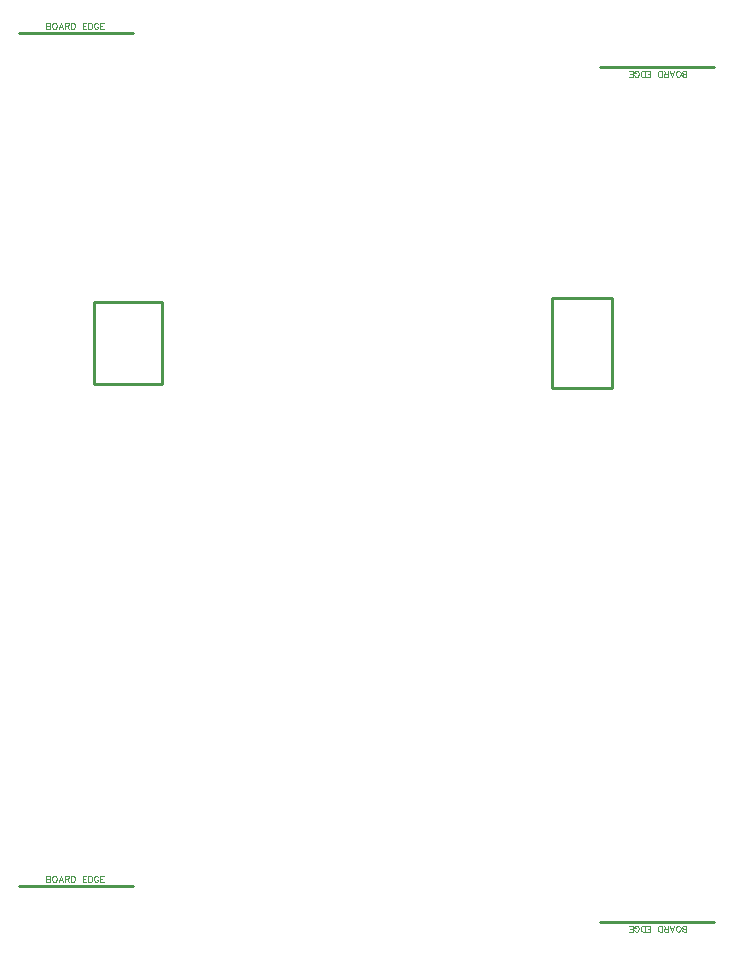
<source format=gbr>
%TF.GenerationSoftware,Novarm,DipTrace,3.3.1.3*%
%TF.CreationDate,2020-02-21T13:33:54+01:00*%
%FSLAX35Y35*%
%MOMM*%
%TF.FileFunction,Drawing,Top*%
%TF.Part,Single*%
%ADD10C,0.25*%
%ADD62C,0.07843*%
G75*
G01*
%LPD*%
X5609743Y6401619D2*
D10*
X6117545D1*
Y5639568D1*
X5609743D1*
Y6401619D1*
X2307938Y6369793D2*
X1736168D1*
Y5671572D1*
X2307938D1*
Y6369793D1*
X6979440Y8360780D2*
X6017440D1*
X1096760Y1426553D2*
X2058760D1*
X6979493Y1122540D2*
X6017493D1*
X1096760Y8648920D2*
X2058760D1*
X6748486Y8276017D2*
D62*
Y8327061D1*
X6726586D1*
X6719286Y8324590D1*
X6716872Y8322175D1*
X6714457Y8317346D1*
Y8310046D1*
X6716872Y8305161D1*
X6719286Y8302746D1*
X6726586Y8300331D1*
X6719286Y8297861D1*
X6716872Y8295446D1*
X6714457Y8290617D1*
Y8285731D1*
X6716872Y8280902D1*
X6719286Y8278431D1*
X6726586Y8276017D1*
X6748486D1*
Y8300331D2*
X6726586D1*
X6684171Y8276017D2*
X6689056Y8278431D1*
X6693885Y8283317D1*
X6696356Y8288146D1*
X6698771Y8295446D1*
Y8307631D1*
X6696356Y8314875D1*
X6693885Y8319761D1*
X6689056Y8324590D1*
X6684171Y8327061D1*
X6674456D1*
X6669627Y8324590D1*
X6664742Y8319761D1*
X6662327Y8314875D1*
X6659912Y8307631D1*
Y8295446D1*
X6662327Y8288146D1*
X6664742Y8283317D1*
X6669627Y8278431D1*
X6674456Y8276017D1*
X6684171D1*
X6605312Y8327061D2*
X6624797Y8276017D1*
X6644226Y8327061D1*
X6636926Y8310046D2*
X6612612D1*
X6589625Y8300331D2*
X6567781D1*
X6560481Y8297861D1*
X6558011Y8295446D1*
X6555596Y8290617D1*
Y8285731D1*
X6558011Y8280902D1*
X6560481Y8278431D1*
X6567781Y8276017D1*
X6589625D1*
Y8327061D1*
X6572611Y8300331D2*
X6555596Y8327061D1*
X6539910Y8276017D2*
Y8327061D1*
X6522895D1*
X6515595Y8324590D1*
X6510710Y8319761D1*
X6508295Y8314875D1*
X6505881Y8307631D1*
Y8295446D1*
X6508295Y8288146D1*
X6510710Y8283317D1*
X6515595Y8278431D1*
X6522895Y8276017D1*
X6539910D1*
X6409257D2*
X6440816D1*
Y8327061D1*
X6409257D1*
X6440816Y8300331D2*
X6421386D1*
X6393571Y8276017D2*
Y8327061D1*
X6376556D1*
X6369256Y8324590D1*
X6364371Y8319761D1*
X6361956Y8314875D1*
X6359542Y8307631D1*
Y8295446D1*
X6361956Y8288146D1*
X6364371Y8283317D1*
X6369256Y8278431D1*
X6376556Y8276017D1*
X6393571D1*
X6307412Y8288146D2*
X6309826Y8283317D1*
X6314712Y8278431D1*
X6319541Y8276017D1*
X6329255D1*
X6334141Y8278431D1*
X6338970Y8283317D1*
X6341441Y8288146D1*
X6343855Y8295446D1*
Y8307631D1*
X6341441Y8314875D1*
X6338970Y8319761D1*
X6334141Y8324590D1*
X6329255Y8327061D1*
X6319541D1*
X6314712Y8324590D1*
X6309826Y8319761D1*
X6307412Y8314875D1*
Y8307631D1*
X6319541D1*
X6260167Y8276017D2*
X6291725D1*
Y8327061D1*
X6260167D1*
X6291725Y8300331D2*
X6272296D1*
X1327714Y1511317D2*
Y1460273D1*
X1349614D1*
X1356914Y1462744D1*
X1359328Y1465158D1*
X1361743Y1469987D1*
Y1477287D1*
X1359328Y1482173D1*
X1356914Y1484587D1*
X1349614Y1487002D1*
X1356914Y1489473D1*
X1359328Y1491887D1*
X1361743Y1496717D1*
Y1501602D1*
X1359328Y1506431D1*
X1356914Y1508902D1*
X1349614Y1511317D1*
X1327714D1*
Y1487002D2*
X1349614D1*
X1392029Y1511317D2*
X1387144Y1508902D1*
X1382314Y1504017D1*
X1379844Y1499187D1*
X1377429Y1491887D1*
Y1479702D1*
X1379844Y1472458D1*
X1382314Y1467573D1*
X1387144Y1462744D1*
X1392029Y1460273D1*
X1401744D1*
X1406573Y1462744D1*
X1411458Y1467573D1*
X1413873Y1472458D1*
X1416288Y1479702D1*
Y1491887D1*
X1413873Y1499187D1*
X1411458Y1504017D1*
X1406573Y1508902D1*
X1401744Y1511317D1*
X1392029D1*
X1470888Y1460273D2*
X1451403Y1511317D1*
X1431974Y1460273D1*
X1439274Y1477287D2*
X1463588D1*
X1486575Y1487002D2*
X1508419D1*
X1515719Y1489473D1*
X1518189Y1491887D1*
X1520604Y1496717D1*
Y1501602D1*
X1518189Y1506431D1*
X1515719Y1508902D1*
X1508419Y1511317D1*
X1486575D1*
Y1460273D1*
X1503589Y1487002D2*
X1520604Y1460273D1*
X1536290Y1511317D2*
Y1460273D1*
X1553305D1*
X1560605Y1462744D1*
X1565490Y1467573D1*
X1567905Y1472458D1*
X1570319Y1479702D1*
Y1491887D1*
X1567905Y1499187D1*
X1565490Y1504017D1*
X1560605Y1508902D1*
X1553305Y1511317D1*
X1536290D1*
X1666943D2*
X1635384D1*
Y1460273D1*
X1666943D1*
X1635384Y1487002D2*
X1654814D1*
X1682629Y1511317D2*
Y1460273D1*
X1699644D1*
X1706944Y1462744D1*
X1711829Y1467573D1*
X1714244Y1472458D1*
X1716658Y1479702D1*
Y1491887D1*
X1714244Y1499187D1*
X1711829Y1504017D1*
X1706944Y1508902D1*
X1699644Y1511317D1*
X1682629D1*
X1768788Y1499187D2*
X1766374Y1504017D1*
X1761488Y1508902D1*
X1756659Y1511317D1*
X1746945D1*
X1742059Y1508902D1*
X1737230Y1504017D1*
X1734759Y1499187D1*
X1732345Y1491887D1*
Y1479702D1*
X1734759Y1472458D1*
X1737230Y1467573D1*
X1742059Y1462744D1*
X1746945Y1460273D1*
X1756659D1*
X1761488Y1462744D1*
X1766374Y1467573D1*
X1768788Y1472458D1*
Y1479702D1*
X1756659D1*
X1816033Y1511317D2*
X1784475D1*
Y1460273D1*
X1816033D1*
X1784475Y1487002D2*
X1803904D1*
X6748539Y1037777D2*
Y1088821D1*
X6726640D1*
X6719340Y1086350D1*
X6716925Y1083935D1*
X6714510Y1079106D1*
Y1071806D1*
X6716925Y1066921D1*
X6719340Y1064506D1*
X6726639Y1062091D1*
X6719340Y1059621D1*
X6716925Y1057206D1*
X6714510Y1052377D1*
Y1047491D1*
X6716925Y1042662D1*
X6719339Y1040191D1*
X6726639Y1037777D1*
X6748539D1*
Y1062091D2*
X6726639D1*
X6684224Y1037777D2*
X6689109Y1040191D1*
X6693939Y1045077D1*
X6696409Y1049906D1*
X6698824Y1057206D1*
Y1069391D1*
X6696410Y1076635D1*
X6693939Y1081521D1*
X6689110Y1086350D1*
X6684224Y1088821D1*
X6674510D1*
X6669680Y1086350D1*
X6664795Y1081521D1*
X6662380Y1076635D1*
X6659966Y1069391D1*
Y1057206D1*
X6662380Y1049906D1*
X6664795Y1045077D1*
X6669680Y1040191D1*
X6674509Y1037777D1*
X6684224D1*
X6605365Y1088821D2*
X6624850Y1037777D1*
X6644280Y1088821D1*
X6636979Y1071806D2*
X6612665D1*
X6589679Y1062091D2*
X6567835D1*
X6560535Y1059621D1*
X6558064Y1057206D1*
X6555649Y1052377D1*
Y1047491D1*
X6558064Y1042662D1*
X6560535Y1040191D1*
X6567835Y1037777D1*
X6589679D1*
Y1088821D1*
X6572664Y1062091D2*
X6555649Y1088821D1*
X6539963Y1037777D2*
Y1088821D1*
X6522949D1*
X6515649Y1086350D1*
X6510763Y1081521D1*
X6508349Y1076635D1*
X6505934Y1069391D1*
Y1057206D1*
X6508348Y1049906D1*
X6510763Y1045077D1*
X6515648Y1040191D1*
X6522948Y1037777D1*
X6539963D1*
X6409311D2*
X6440869D1*
Y1088821D1*
X6409311D1*
X6440869Y1062091D2*
X6421440D1*
X6393624Y1037777D2*
Y1088821D1*
X6376610D1*
X6369310Y1086350D1*
X6364424Y1081521D1*
X6362010Y1076635D1*
X6359595Y1069391D1*
Y1057206D1*
X6362010Y1049906D1*
X6364424Y1045077D1*
X6369310Y1040191D1*
X6376610Y1037777D1*
X6393624D1*
X6307465Y1049906D2*
X6309880Y1045077D1*
X6314765Y1040191D1*
X6319594Y1037777D1*
X6329309D1*
X6334194Y1040191D1*
X6339023Y1045077D1*
X6341494Y1049906D1*
X6343909Y1057206D1*
Y1069391D1*
X6341494Y1076635D1*
X6339023Y1081521D1*
X6334194Y1086350D1*
X6329309Y1088821D1*
X6319594D1*
X6314765Y1086350D1*
X6309880Y1081521D1*
X6307465Y1076635D1*
Y1069391D1*
X6319594D1*
X6260220Y1037777D2*
X6291779D1*
Y1088821D1*
X6260220D1*
X6291779Y1062091D2*
X6272349D1*
X1327714Y8733683D2*
Y8682639D1*
X1349614D1*
X1356914Y8685110D1*
X1359328Y8687525D1*
X1361743Y8692354D1*
Y8699654D1*
X1359328Y8704539D1*
X1356914Y8706954D1*
X1349614Y8709369D1*
X1356914Y8711839D1*
X1359328Y8714254D1*
X1361743Y8719083D1*
Y8723969D1*
X1359328Y8728798D1*
X1356914Y8731269D1*
X1349614Y8733683D1*
X1327714D1*
Y8709369D2*
X1349614D1*
X1392029Y8733683D2*
X1387144Y8731269D1*
X1382314Y8726383D1*
X1379844Y8721554D1*
X1377429Y8714254D1*
Y8702069D1*
X1379844Y8694825D1*
X1382314Y8689939D1*
X1387144Y8685110D1*
X1392029Y8682639D1*
X1401744D1*
X1406573Y8685110D1*
X1411458Y8689939D1*
X1413873Y8694825D1*
X1416288Y8702069D1*
Y8714254D1*
X1413873Y8721554D1*
X1411458Y8726383D1*
X1406573Y8731269D1*
X1401744Y8733683D1*
X1392029D1*
X1470888Y8682639D2*
X1451403Y8733683D1*
X1431974Y8682639D1*
X1439274Y8699654D2*
X1463588D1*
X1486575Y8709369D2*
X1508419D1*
X1515719Y8711839D1*
X1518189Y8714254D1*
X1520604Y8719083D1*
Y8723969D1*
X1518189Y8728798D1*
X1515719Y8731269D1*
X1508419Y8733683D1*
X1486575D1*
Y8682639D1*
X1503589Y8709369D2*
X1520604Y8682639D1*
X1536290Y8733683D2*
Y8682639D1*
X1553305D1*
X1560605Y8685110D1*
X1565490Y8689939D1*
X1567905Y8694825D1*
X1570319Y8702069D1*
Y8714254D1*
X1567905Y8721554D1*
X1565490Y8726383D1*
X1560605Y8731269D1*
X1553305Y8733683D1*
X1536290D1*
X1666943D2*
X1635384D1*
Y8682639D1*
X1666943D1*
X1635384Y8709369D2*
X1654814D1*
X1682629Y8733683D2*
Y8682639D1*
X1699644D1*
X1706944Y8685110D1*
X1711829Y8689939D1*
X1714244Y8694825D1*
X1716658Y8702069D1*
Y8714254D1*
X1714244Y8721554D1*
X1711829Y8726383D1*
X1706944Y8731269D1*
X1699644Y8733683D1*
X1682629D1*
X1768788Y8721554D2*
X1766374Y8726383D1*
X1761488Y8731269D1*
X1756659Y8733683D1*
X1746945D1*
X1742059Y8731269D1*
X1737230Y8726383D1*
X1734759Y8721554D1*
X1732345Y8714254D1*
Y8702069D1*
X1734759Y8694825D1*
X1737230Y8689939D1*
X1742059Y8685110D1*
X1746945Y8682639D1*
X1756659D1*
X1761488Y8685110D1*
X1766374Y8689939D1*
X1768788Y8694825D1*
Y8702069D1*
X1756659D1*
X1816033Y8733683D2*
X1784475D1*
Y8682639D1*
X1816033D1*
X1784475Y8709369D2*
X1803904D1*
M02*

</source>
